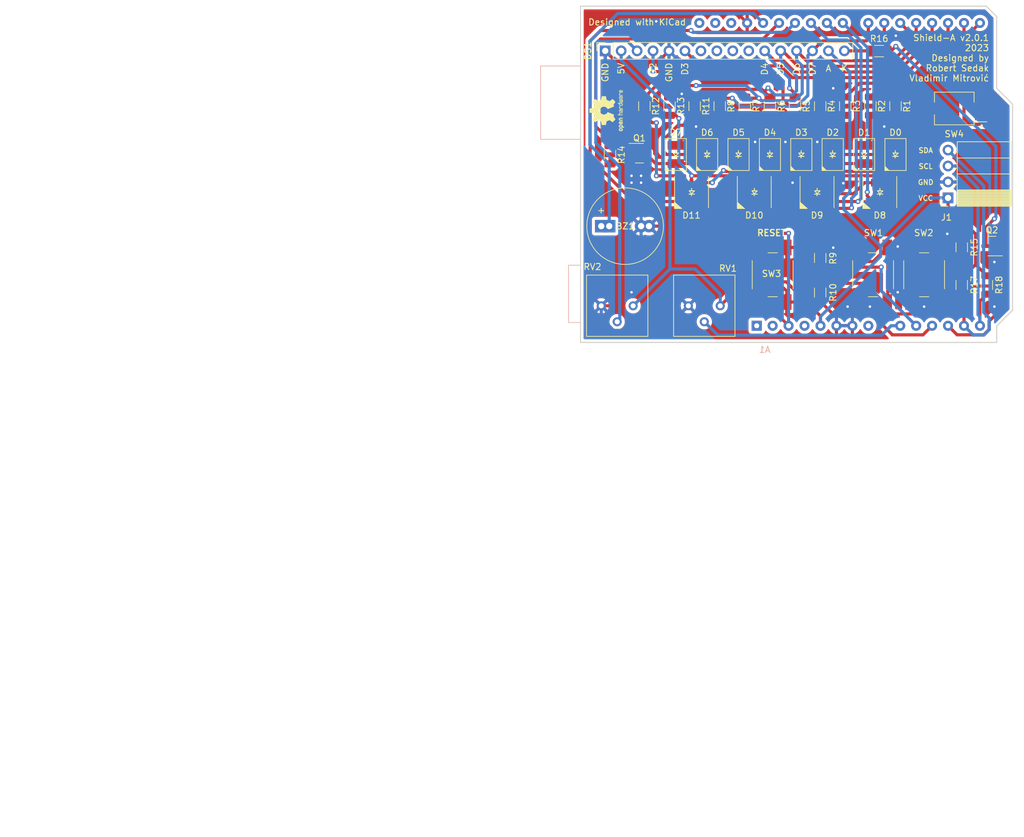
<source format=kicad_pcb>
(kicad_pcb (version 20211014) (generator pcbnew)
  (title_block (title "Shield-A") (date "2022-12-08") (rev "2.0.1") (company "Designed by Robert Sedak, Vladimir Mitrović") (comment 1 "License: CC-BY-SA 4.0") (comment 4 "Shield for Arduino Uno"))
  (layers (0 "F.Cu" signal) (31 "B.Cu" signal) (34 "B.Paste" user) (35 "F.Paste" user) (36 "B.SilkS" user "B.Silkscreen") (37 "F.SilkS" user "F.Silkscreen") (38 "B.Mask" user) (39 "F.Mask" user) (44 "Edge.Cuts" user))
  (net 0 "")
  (net 1 "GND")
  (net 2 "Net-(D7-Pad2)")
  (net 3 "Net-(D6-Pad2)")
  (net 4 "Net-(D5-Pad2)")
  (net 5 "Net-(D4-Pad2)")
  (net 6 "Net-(D3-Pad2)")
  (net 7 "Net-(D2-Pad2)")
  (net 8 "Net-(R2-Pad1)")
  (net 9 "Net-(R1-Pad1)")
  (net 10 "Net-(D1-Pad2)")
  (net 11 "D9")
  (net 12 "+5V")
  (net 13 "Net-(A1-Pad9)")
  (net 16 "Net-(A1-Pad3)")
  (net 19 "Net-(A1-Pad12)")
  (net 20 "Net-(A1-Pad28)")
  (net 22 "SDA")
  (net 23 "Net-(D10-Pad4)")
  (net 24 "D2")
  (net 25 "D11")
  (net 26 "D7")
  (net 27 "D6")
  (net 28 "D5")
  (net 29 "D4")
  (net 32 "Net-(A1-Pad15)")
  (net 33 "Net-(A1-Pad16)")
  (net 34 "Net-(A1-Pad27)")
  (net 35 "D3")
  (net 36 "Net-(DS1-Pad3)")
  (net 37 "D8")
  (net 38 "D10")
  (net 43 "SCL")
  (net 44 "Net-(A1-Pad11)")
  (net 45 "Net-(A1-Pad10)")
  (net 46 "Net-(DS1-Pad16)")
  (net 47 "Net-(D0-Pad2)")
  (net 48 "Net-(D0-Pad1)")
  (net 49 "Net-(R10-Pad1)")
  (net 50 "Net-(R9-Pad1)")
  (net 51 "Net-(D10-Pad5)")
  (net 52 "Net-(D10-Pad6)")
  (net 53 "Net-(Q2-Pad3)")
  (footprint "Project related:Potentiometer_Bourns_3386P_Vertical" (layer "F.Cu") (at 125 111.125 -90)
    (fp_text reference "RV1")
    (fp_text value "10K")
  )
  (footprint "Project related:Buzzer_12x9.5RM7.6_5" (layer "F.Cu") (at 111.125 98.425)
    (fp_text reference "BZ1")
    (fp_text value "Buzzer")
  )
  (footprint "Project related:Potentiometer_Bourns_3386P-2_Vertical" (layer "F.Cu") (at 111.125 111.125 -90)
    (fp_text reference "RV2")
    (fp_text value "10K")
  )
  (footprint "Connector_PinSocket_2.54mm:PinSocket_1x16_P2.54mm_Vertical" (layer "F.Cu") (at 111.76 70.485 90)
    (fp_text reference "DS1")
    (fp_text value "WC1602A")
  )
  (footprint "Resistor_SMD:R_1206_3216Metric" (layer "F.Cu") (at 118 79.3 -90)
    (fp_text reference "R12")
    (fp_text value "1.8K")
  )
  (footprint "Resistor_SMD:R_1206_3216Metric" (layer "F.Cu") (at 146 109 -90)
    (fp_text reference "R10")
    (fp_text value "100R")
  )
  (footprint "Resistor_SMD:R_1206_3216Metric" (layer "F.Cu") (at 172.55 107.8 90)
    (fp_text reference "R18")
    (fp_text value "10K")
  )
  (footprint "Resistor_SMD:R_1206_3216Metric" (layer "F.Cu") (at 168.55 107.8 90)
    (fp_text reference "R17")
    (fp_text value "10K")
  )
  (footprint "Resistor_SMD:R_1206_3216Metric" (layer "F.Cu") (at 155.38 70.52)
    (fp_text reference "R16")
    (fp_text value "18R")
  )
  (footprint "Resistor_SMD:R_1206_3216Metric" (layer "F.Cu") (at 168.55 101.8 90)
    (fp_text reference "R15")
    (fp_text value "10K")
  )
  (footprint "Resistor_SMD:R_1206_3216Metric" (layer "F.Cu") (at 112.52 87.05 -90)
    (fp_text reference "R14")
    (fp_text value "10K")
  )
  (footprint "Resistor_SMD:R_1206_3216Metric" (layer "F.Cu") (at 122 79.3 -90)
    (fp_text reference "R13")
    (fp_text value "3.9K")
  )
  (footprint "Resistor_SMD:R_1206_3216Metric" (layer "F.Cu") (at 126 79.3 -90)
    (fp_text reference "R11")
    (fp_text value "2.7K")
  )
  (footprint "Resistor_SMD:R_1206_3216Metric" (layer "F.Cu") (at 146 103.5 -90)
    (fp_text reference "R9")
    (fp_text value "100R")
  )
  (footprint "Resistor_SMD:R_1206_3216Metric" (layer "F.Cu") (at 130 79.3 -90)
    (fp_text reference "R8")
    (fp_text value "220R")
  )
  (footprint "Resistor_SMD:R_1206_3216Metric" (layer "F.Cu") (at 134 79.3 -90)
    (fp_text reference "R7")
    (fp_text value "220R")
  )
  (footprint "Resistor_SMD:R_1206_3216Metric" (layer "F.Cu") (at 138 79.3 -90)
    (fp_text reference "R6")
    (fp_text value "220R")
  )
  (footprint "Resistor_SMD:R_1206_3216Metric" (layer "F.Cu") (at 142 79.3 -90)
    (fp_text reference "R5")
    (fp_text value "220R")
  )
  (footprint "Resistor_SMD:R_1206_3216Metric" (layer "F.Cu") (at 146 79.3 -90)
    (fp_text reference "R4")
    (fp_text value "220R")
  )
  (footprint "Resistor_SMD:R_1206_3216Metric" (layer "F.Cu") (at 150 79.3 -90)
    (fp_text reference "R3")
    (fp_text value "220R")
  )
  (footprint "Resistor_SMD:R_1206_3216Metric" (layer "F.Cu") (at 154 79.3 -90)
    (fp_text reference "R2")
    (fp_text value "220R")
  )
  (footprint "Resistor_SMD:R_1206_3216Metric" (layer "F.Cu") (at 158 79.3 -90)
    (fp_text reference "R1")
    (fp_text value "220R")
  )
  (footprint "Project related:RS-3535MWAR" (layer "F.Cu") (at 135.5 93 90)
    (fp_text reference "D10")
    (fp_text value "LED-6_3535")
  )
  (footprint "Project related:RS-3535MWAR" (layer "F.Cu") (at 155.5 93 90)
    (fp_text reference "D8")
    (fp_text value "LED-6_3535")
  )
  (footprint "Project related:RS-3535MWAR" (layer "F.Cu") (at 125.5 93 90)
    (fp_text reference "D11")
    (fp_text value "LED-6_3535")
  )
  (footprint "Project related:RS-3535MWAR" (layer "F.Cu") (at 145.5 93 90)
    (fp_text reference "D9")
    (fp_text value "LED-6_3535")
  )
  (footprint "Project related:LED_3528_Hubei_Kento_Elec" (layer "F.Cu") (at 158 87 -90)
    (fp_text reference "D0")
    (fp_text value "LED_3528")
  )
  (footprint "Project related:LED_3528_Hubei_Kento_Elec" (layer "F.Cu") (at 128 87 -90)
    (fp_text reference "D6")
    (fp_text value "LED_3528")
  )
  (footprint "Project related:LED_3528_Hubei_Kento_Elec" (layer "F.Cu") (at 153 87 -90)
    (fp_text reference "D1")
    (fp_text value "LED_3528")
  )
  (footprint "Project related:LED_3528_Hubei_Kento_Elec" (layer "F.Cu") (at 148 87 -90)
    (fp_text reference "D2")
    (fp_text value "LED_3528")
  )
  (footprint "Project related:LED_3528_Hubei_Kento_Elec" (layer "F.Cu") (at 138 87 -90)
    (fp_text reference "D4")
    (fp_text value "LED_3528")
  )
  (footprint "Project related:LED_3528_Hubei_Kento_Elec" (layer "F.Cu") (at 133 87 -90)
    (fp_text reference "D5")
    (fp_text value "LED_3528")
  )
  (footprint "Project related:LED_3528_Hubei_Kento_Elec" (layer "F.Cu") (at 123 87 -90)
    (fp_text reference "D7")
    (fp_text value "LED_3528")
  )
  (footprint "Project related:LED_3528_Hubei_Kento_Elec" (layer "F.Cu") (at 143 87 -90)
    (fp_text reference "D3")
    (fp_text value "LED_3528")
  )
  (footprint "Project related:SW_SMD_PUSH_6mm_h4.3mm" (layer "F.Cu") (at 138.43 106.172 90)
    (fp_text reference "SW3")
    (fp_text value "SW_Push")
  )
  (footprint "Project related:SW_SMD_PUSH_6mm_h7mm" (layer "F.Cu") (at 154.432 106.172 -90)
    (fp_text reference "SW1")
    (fp_text value "SW_Push")
  )
  (footprint "Project related:SW_SMD_PUSH_6mm_h7mm" (layer "F.Cu") (at 162.56 106.172 -90)
    (fp_text reference "SW2")
    (fp_text value "SW_Push")
  )
  (footprint "Connector_PinSocket_2.54mm:PinSocket_1x04_P2.54mm_Horizontal" (layer "F.Cu") (at 166.37 93.92 180)
    (fp_text reference "J1")
    (fp_text value "Conn_01x04_Female")
  )
  (footprint "Project related:SW_DIP_SPSTx02_Slide_Dungguan-Guangzhu-Industrial_DIS02LSGET_W6.0mm_P2.54mm" (layer "F.Cu") (at 167.36 79.67 180)
    (fp_text reference "SW4")
    (fp_text value "SW_DIP_x02")
  )
  (footprint "Package_TO_SOT_SMD:SOT-23" (layer "F.Cu") (at 173.355 101.6 180)
    (fp_text reference "Q2")
    (fp_text value "MMBF170")
  )
  (footprint "Package_TO_SOT_SMD:SOT-23" (layer "F.Cu") (at 117.21 86.8)
    (fp_text reference "Q1")
    (fp_text value "MMBF170")
  )
  (footprint "Symbol:OSHW-Logo2_7.3x6mm_SilkScreen" (layer "F.Cu") (at 112.014 80.01 90)
    (fp_text reference "REF**" hide)
    (fp_text value "OSHW-Logo2_7.3x6mm_SilkScreen" hide)
  )
  (footprint "Module:Arduino_UNO_R3" (layer "B.Cu") (at 135.89 114.3)
    (fp_text reference "A1")
    (fp_text value "Arduino_UNO_R3")
  )
  (gr_circle (center 171.71 82.42) (end 171.76 82.52) (layer "F.SilkS") (width 0.2) (fill none))
  (gr_line (start 107.823 63.373) (end 107.823 116.967) (layer "Edge.Cuts") (width 0.15))
  (gr_line (start 176.657 78.994) (end 174.117 76.454) (layer "Edge.Cuts") (width 0.15))
  (gr_line (start 107.823 116.967) (end 174.117 116.967) (layer "Edge.Cuts") (width 0.15))
  (gr_line (start 172.466 63.373) (end 107.823 63.373) (layer "Edge.Cuts") (width 0.15))
  (gr_line (start 174.117 76.454) (end 174.117 65.024) (layer "Edge.Cuts") (width 0.15))
  (gr_line (start 174.117 114.427) (end 176.657 111.887) (layer "Edge.Cuts") (width 0.15))
  (gr_line (start 174.117 116.967) (end 174.117 114.427) (layer "Edge.Cuts") (width 0.15))
  (gr_line (start 176.657 111.887) (end 176.657 78.994) (layer "Edge.Cuts") (width 0.15))
  (gr_line (start 174.117 65.024) (end 172.466 63.373) (layer "Edge.Cuts") (width 0.15))
  (gr_text "SCL" (at 162.814 88.9) (layer "F.SilkS") (effects (font (size 0.8 0.8))))
  (gr_text "GND" (at 162.814 91.44) (layer "F.SilkS") (effects (font (size 0.8 0.8))))
  (gr_text "VCC" (at 162.814 93.98) (layer "F.SilkS") (effects (font (size 0.8 0.8))))
  (gr_text "RESET" (at 138.25 99.5) (layer "F.SilkS") (effects (font (size 1 1) (thickness 0.2))))
  (gr_text "Designed with KiCad" (at 116.84 65.913) (layer "F.SilkS") (effects (font (size 1 1))))
  (gr_text "GND" (at 111.76 72.3 90) (layer "F.SilkS") (effects (font (size 1 1)) (justify right)))
  (gr_text "K" (at 149.86 73.279) (layer "F.SilkS") (effects (font (size 1 1))))
  (gr_text "A" (at 147.32 73.279) (layer "F.SilkS") (effects (font (size 1 1))))
  (gr_text "D2" (at 119.38 72.3 90) (layer "F.SilkS") (effects (font (size 1 1)) (justify right)))
  (gr_text "GND" (at 121.92 72.3 90) (layer "F.SilkS") (effects (font (size 1 1)) (justify right)))
  (gr_text "D6" (at 142.24 72.3 90) (layer "F.SilkS") (effects (font (size 1 1)) (justify right)))
  (gr_text "D3" (at 124.46 72.3 90) (layer "F.SilkS") (effects (font (size 1 1)) (justify right)))
  (gr_text "D5" (at 139.7 72.3 90) (layer "F.SilkS") (effects (font (size 1 1)) (justify right)))
  (gr_text "SDA" (at 162.814 86.36) (layer "F.SilkS") (effects (font (size 0.8 0.8))))
  (gr_text "D7" (at 144.78 72.3 90) (layer "F.SilkS") (effects (font (size 1 1)) (justify right)))
  (gr_text "5V\n" (at 114.3 72.3 90) (layer "F.SilkS") (effects (font (size 1 1)) (justify right)))
  (gr_text "D4" (at 137.16 72.3 90) (layer "F.SilkS") (effects (font (size 1 1)) (justify right)))
  (gr_text "Shield-A v2.0.1\n2023\nDesigned by\nRobert Sedak\nVladimir Mitrović" (at 172.974 71.628) (layer "F.SilkS") (effects (font (size 1 1)) (justify right)))
  (segment (start 129.54 104.14) (end 129.54 98.806) (width 0.5) (layer "F.Cu") (net 1))
  (segment (start 139.7999 101.88) (end 139.0997 101.88) (width 0.5) (layer "F.Cu") (net 1))
  (segment (start 166.25 99.65) (end 166.2378 99.6622) (width 0.5) (layer "F.Cu") (net 1))
  (segment (start 158.3557 101.67) (end 160.262 101.67) (width 0.5) (layer "F.Cu") (net 1))
  (segment (start 139.0997 101.88) (end 136.8397 104.14) (width 0.5) (layer "F.Cu") (net 1))
  (segment (start 134.37 66.04) (end 132.919999 64.589999) (width 0.5) (layer "F.Cu") (net 1))
  (segment (start 162.56 111.252) (end 160.6417 111.252) (width 0.5) (layer "F.Cu") (net 1))
  (segment (start 118.725 98.425) (end 129.159 98.425) (width 0.5) (layer "F.Cu") (net 1))
  (segment (start 113.7864 111.125) (end 115.9454 108.966) (width 0.5) (layer "F.Cu") (net 1))
  (segment (start 111.125 111.125) (end 113.7864 111.125) (width 0.5) (layer "F.Cu") (net 1))
  (segment (start 112.52 88.45) (end 115.5725 88.45) (width 0.5) (layer "F.Cu") (net 1))
  (segment (start 150.368 111.252) (end 153.924 111.252) (width 0.5) (layer "F.Cu") (net 1))
  (segment (start 129.54 98.806) (end 129.159 98.425) (width 0.5) (layer "F.Cu") (net 1))
  (segment (start 166.25 99.65) (end 167.8625 99.65) (width 0.5) (layer "F.Cu") (net 1))
  (segment (start 113.2721 71.9971) (end 111.76 70.485) (width 0.5) (layer "F.Cu") (net 1))
  (segment (start 115.5725 88.45) (end 116.2725 87.75) (width 0.5) (layer "F.Cu") (net 1))
  (segment (start 166.2378 99.6622) (end 162.1678 99.6622) (width 0.5) (layer "F.Cu") (net 1))
  (segment (start 151.13 114.3) (end 148.59 114.3) (width 0.5) (layer "F.Cu") (net 1))
  (segment (start 132.919999 64.589999) (end 121.084001 64.589999) (width 0.5) (layer "F.Cu") (net 1))
  (segment (start 121.084001 64.589999) (end 119.888 65.786) (width 0.5) (layer "F.Cu") (net 1))
  (segment (start 167.8625 99.65) (end 168.55 100.3375) (width 0.5) (layer "F.Cu") (net 1))
  (segment (start 148.082 101.854) (end 152.15 101.854) (width 0.5) (layer "F.Cu") (net 1))
  (segment (start 139.7999 101.88) (end 140.5 101.88) (width 0.5) (layer "F.Cu") (net 1))
  (segment (start 136.8397 104.14) (end 129.54 104.14) (width 0.5) (layer "F.Cu") (net 1))
  (segment (start 120.4079 71.9971) (end 113.2721 71.9971) (width 0.5) (layer "F.Cu") (net 1))
  (segment (start 160.6417 111.252) (end 158.3557 108.966) (width 0.5) (layer "F.Cu") (net 1))
  (segment (start 162.1678 99.6622) (end 160.25 101.58) (width 0.5) (layer "F.Cu") (net 1))
  (segment (start 170.88 91.38) (end 175.25 95.75) (width 0.5) (layer "F.Cu") (net 1))
  (segment (start 175.25 99.6925) (end 174.2925 100.65) (width 0.5) (layer "F.Cu") (net 1))
  (segment (start 152.15 101.854) (end 152.182 101.822) (width 0.5) (layer "F.Cu") (net 1))
  (segment (start 121.92 70.485) (end 120.4079 71.9971) (width 0.5) (layer "F.Cu") (net 1))
  (segment (start 118.725 98.425) (end 117.475 98.425) (width 0.5) (layer "F.Cu") (net 1))
  (segment (start 166.37 91.38) (end 170.88 91.38) (width 0.5) (layer "F.Cu") (net 1))
  (segment (start 158.3557 108.966) (end 158.3557 101.67) (width 0.5) (layer "F.Cu") (net 1))
  (segment (start 175.25 95.75) (end 175.25 99.6925) (width 0.5) (layer "F.Cu") (net 1))
  (via (at 135.636 85) (size 0.8) (drill 0.4) (layers "F.Cu" "B.Cu") (net 1))
  (via (at 173.75 111.252) (size 0.8) (drill 0.4) (layers "F.Cu" "B.Cu") (net 1))
  (via (at 148.082 101.854) (size 0.8) (drill 0.4) (layers "F.Cu" "B.Cu") (net 1))
  (via (at 119.888 65.786) (size 0.8) (drill 0.4) (layers "F.Cu" "B.Cu") (net 1))
  (via (at 140.462 85) (size 0.8) (drill 0.4) (layers "F.Cu" "B.Cu") (net 1))
  (via (at 149.683109 91.577109) (size 0.8) (drill 0.4) (layers "F.Cu" "B.Cu") (net 1))
  (via (at 115.9454 90.4) (size 0.8) (drill 0.4) (layers "F.Cu" "B.Cu") (net 1))
  (via (at 153.924 111.252) (size 0.8) (drill 0.4) (layers "F.Cu" "B.Cu") (net 1))
  (via (at 115.9454 91.5) (size 0.8) (drill 0.4) (layers "F.Cu" "B.Cu") (net 1))
  (via (at 126.2281 82.55) (size 0.8) (drill 0.4) (layers "F.Cu" "B.Cu") (net 1))
  (via (at 158.3557 101.67) (size 0.8) (drill 0.4) (layers "F.Cu" "B.Cu") (net 1))
  (via (at 117.475 91.5) (size 0.8) (drill 0.4) (layers "F.Cu" "B.Cu") (net 1))
  (via (at 156.21 82.55) (size 0.8) (drill 0.4) (layers "F.Cu" "B.Cu") (net 1))
  (via (at 166.25 99.65) (size 0.8) (drill 0.4) (layers "F.Cu" "B.Cu") (net 1))
  (via (at 150.368 111.252) (size 0.8) (drill 0.4) (layers "F.Cu" "B.Cu") (net 1))
  (via (at 173.75 104.14) (size 0.8) (drill 0.4) (layers "F.Cu" "B.Cu") (net 1))
  (via (at 123.952 77.343) (size 0.8) (drill 0.4) (layers "F.Cu" "B.Cu") (net 1))
  (via (at 117.475 90.4) (size 0.8) (drill 0.4) (layers "F.Cu" "B.Cu") (net 1))
  (via (at 162.56 111.252) (size 0.8) (drill 0.4) (layers "F.Cu" "B.Cu") (net 1))
  (via (at 115.9454 108.966) (size 0.8) (drill 0.4) (layers "F.Cu" "B.Cu") (net 1))
  (via (at 158.3557 108.966) (size 0.8) (drill 0.4) (layers "F.Cu" "B.Cu") (net 1))
  (via (at 158.0489 68.072) (size 0.8) (drill 0.4) (layers "F.Cu" "B.Cu") (net 1))
  (via (at 145.542 85) (size 0.8) (drill 0.4) (layers "F.Cu" "B.Cu") (net 1))
  (via (at 148.082 76.4481) (size 0.8) (drill 0.4) (layers "F.Cu" "B.Cu") (net 1))
  (via (at 141.605 91.5) (size 0.8) (drill 0.4) (layers "F.Cu" "B.Cu") (net 1))
  (segment (start 115.9454 88.43) (end 115.9654 88.45) (width 0.5) (layer "B.Cu") (net 1))
  (segment (start 158.3557 108.5983) (end 158.3557 101.67) (width 0.5) (layer "B.Cu") (net 1))
  (segment (start 117.475 90.805) (end 117.475 90.375) (width 0.5) (layer "B.Cu") (net 1))
  (segment (start 117.475 92.075) (end 117.475 90.805) (width 0.5) (layer "B.Cu") (net 1))
  (segment (start 117.475 107.4364) (end 115.9454 108.966) (width 0.5) (layer "B.Cu") (net 1))
  (segment (start 113.097527 115.035) (end 111.125 113.062473) (width 0.5) (layer "B.Cu") (net 1))
  (segment (start 165.04 91.38) (end 156.21 82.55) (width 0.5) (layer "B.Cu") (net 1))
  (segment (start 126.2281 79.6191) (end 123.952 77.343) (width 0.5) (layer "B.Cu") (net 1))
  (segment (start 125 111.125) (end 121.09 115.035) (width 0.5) (layer "B.Cu") (net 1))
  (segment (start 126.2281 82.55) (end 126.2281 79.6191) (width 0.5) (layer "B.Cu") (net 1))
  (segment (start 156.21 82.55) (end 156.21 69.9109) (width 0.5) (layer "B.Cu") (net 1))
  (segment (start 149.683109 91.577109) (end 148.082 89.976) (width 0.5) (layer "B.Cu") (net 1))
  (segment (start 142.053 91.948) (end 141.605 91.5) (width 0.5) (layer "B.Cu") (net 1))
  (segment (start 117.475 89.9596) (end 115.9654 88.45) (width 0.5) (layer "B.Cu") (net 1))
  (segment (start 149.312218 91.948) (end 142.053 91.948) (width 0.5) (layer "B.Cu") (net 1))
  (segment (start 128.6781 85) (end 126.2281 82.55) (width 0.5) (layer "B.Cu") (net 1))
  (segment (start 148.082 89.976) (end 148.082 76.4481) (width 0.5) (layer "B.Cu") (net 1))
  (segment (start 141.605 89.535) (end 145.542 85.598) (width 0.5) (layer "B.Cu") (net 1))
  (segment (start 117.475 98.425) (end 117.1069 98.7931) (width 0.5) (layer "B.Cu") (net 1))
  (segment (start 156.21 69.9109) (end 158.0489 68.072) (width 0.5) (layer "B.Cu") (net 1))
  (segment (start 145.542 85) (end 128.6781 85) (width 0.5) (layer "B.Cu") (net 1))
  (segment (start 121.09 115.035) (end 113.097527 115.035) (width 0.5) (layer "B.Cu") (net 1))
  (segment (start 111.76 84.2446) (end 115.9454 88.43) (width 0.5) (layer "B.Cu") (net 1))
  (segment (start 117.475 90.4) (end 115.9454 90.4) (width 0.5) (layer "B.Cu") (net 1))
  (segment (start 111.76 70.485) (end 111.76 84.2446) (width 0.5) (layer "B.Cu") (net 1))
  (segment (start 123.952 77.343) (end 123.952 72.517) (width 0.5) (layer "B.Cu") (net 1))
  (segment (start 117.475 98.425) (end 117.475 107.4364) (width 0.5) (layer "B.Cu") (net 1))
  (segment (start 117.475 98.425) (end 117.475 92.075) (width 0.5) (layer "B.Cu") (net 1))
  (segment (start 141.605 91.5) (end 141.605 89.535) (width 0.5) (layer "B.Cu") (net 1))
  (segment (start 145.542 85.598) (end 145.542 85) (width 0.5) (layer "B.Cu") (net 1))
  (segment (start 115.9454 91.5) (end 117.475 91.5) (width 0.5) (layer "B.Cu") (net 1))
  (segment (start 115.9454 90.4) (end 115.9454 91.5) (width 0.5) (layer "B.Cu") (net 1))
  (segment (start 117.475 90.375) (end 117.475 89.9596) (width 0.5) (layer "B.Cu") (net 1))
  (segment (start 111.125 113.062473) (end 111.125 111.125) (width 0.5) (layer "B.Cu") (net 1))
  (segment (start 123.952 72.517) (end 121.92 70.485) (width 0.5) (layer "B.Cu") (net 1))
  (segment (start 149.683109 91.577109) (end 149.312218 91.948) (width 0.5) (layer "B.Cu") (net 1))
  (segment (start 166.37 91.38) (end 165.04 91.38) (width 0.5) (layer "B.Cu") (net 1))
  (segment (start 130 80.7) (end 126.8186 83.8814) (width 0.5) (layer "F.Cu") (net 2))
  (segment (start 124.6686 83.8814) (end 123 85.55) (width 0.5) (layer "F.Cu") (net 2))
  (segment (start 126.8186 83.8814) (end 124.6686 83.8814) (width 0.5) (layer "F.Cu") (net 2))
  (segment (start 134 80.7) (end 129.15 85.55) (width 0.5) (layer "F.Cu") (net 3))
  (segment (start 129.15 85.55) (end 128 85.55) (width 0.5) (layer "F.Cu") (net 3))
  (segment (start 138 80.7) (end 133.15 85.55) (width 0.5) (layer "F.Cu") (net 4))
  (segment (start 133.15 85.55) (end 133 85.55) (width 0.5) (layer "F.Cu") (net 4))
  (segment (start 142 80.7) (end 142 81.55) (width 0.5) (layer "F.Cu") (net 5))
  (segment (start 142 81.55) (end 138 85.55) (width 0.5) (layer "F.Cu") (net 5))
  (segment (start 146 82.55) (end 143 85.55) (width 0.5) (layer "F.Cu") (net 6))
  (segment (start 146 80.7) (end 146 82.55) (width 0.5) (layer "F.Cu") (net 6))
  (segment (start 148 82.7) (end 148 85.55) (width 0.5) (layer "F.Cu") (net 7))
  (segment (start 150 80.7) (end 148 82.7) (width 0.5) (layer "F.Cu") (net 7))
  (segment (start 154 77.8375) (end 155.2875 76.55) (width 0.5) (layer "F.Cu") (net 8))
  (segment (start 155.2875 76.55) (end 160.96 76.55) (width 0.5) (layer "F.Cu") (net 8))
  (segment (start 160.96 76.55) (end 162.81 78.4) (width 0.5) (layer "F.Cu") (net 8))
  (segment (start 162.81 80.94) (end 161.1025 80.94) (width 0.5) (layer "F.Cu") (net 9))
  (segment (start 161.1025 80.94) (end 158 77.8375) (width 0.5) (layer "F.Cu") (net 9))
  (segment (start 154 80.7) (end 154 84.55) (width 0.5) (layer "F.Cu") (net 10))
  (segment (start 154 84.55) (end 153 85.55) (width 0.5) (layer "F.Cu") (net 10))
  (segment (start 146.6 94.5) (end 144.4 94.5) (width 0.5) (layer "F.Cu") (net 11))
  (segment (start 152.0221 94.5) (end 146.6 94.5) (width 0.5) (layer "F.Cu") (net 11))
  (via (at 152.0221 94.5) (size 0.8) (drill 0.4) (layers "F.Cu" "B.Cu") (net 11))
  (segment (start 152.5 94.0221) (end 152.0221 94.5) (width 0.5) (layer "B.Cu") (net 11))
  (segment (start 152.5 70.0151) (end 152.5 94.0221) (width 0.5) (layer "B.Cu") (net 11))
  (segment (start 150.535381 68.050481) (end 152.5 70.0151) (width 0.5) (layer "B.Cu") (net 11))
  (segment (start 149.08048 68.05048) (end 150.535381 68.050481) (width 0.5) (layer "B.Cu") (net 11))
  (segment (start 147.07 66.04) (end 149.08048 68.05048) (width 0.5) (layer "B.Cu") (net 11))
  (segment (start 168.975 106.3375) (end 170.7625 104.55) (width 0.5) (layer "F.Cu") (net 12))
  (segment (start 168.55 106.3375) (end 168.975 106.3375) (width 0.5) (layer "F.Cu") (net 12))
  (segment (start 130.08 111.125) (end 133.895 107.31) (width 0.5) (layer "F.Cu") (net 12))
  (segment (start 172.55 106.3375) (end 170.7625 104.55) (width 0.5) (layer "F.Cu") (net 12))
  (segment (start 146.05 112.7434) (end 146.05 114.3) (width 0.5) (layer "F.Cu") (net 12))
  (segment (start 140.6166 107.31) (end 146.05 112.7434) (width 0.5) (layer "F.Cu") (net 12))
  (segment (start 166.37 95.2882) (end 170.7625 99.6807) (width 0.5) (layer "F.Cu") (net 12))
  (segment (start 170.7625 99.6807) (end 170.7625 104.55) (width 0.5) (layer "F.Cu") (net 12))
  (segment (start 166.37 93.92) (end 166.37 95.2882) (width 0.5) (layer "F.Cu") (net 12))
  (segment (start 133.895 107.31) (end 140.6166 107.31) (width 0.5) (layer "F.Cu") (net 12))
  (segment (start 116.205 111.125) (end 122.0727 105.2573) (width 0.5) (layer "B.Cu") (net 12))
  (segment (start 147.32 70.485) (end 150.73262 73.89762) (width 0.5) (layer "B.Cu") (net 12))
  (segment (start 114.3 70.485) (end 114.3 71.9853) (width 0.5) (layer "B.Cu") (net 12))
  (segment (start 122.0727 79.758) (end 122.0727 104.14) (width 0.5) (layer "B.Cu") (net 12))
  (segment (start 130.08 109.252) (end 126.0853 105.2573) (width 0.5) (layer "B.Cu") (net 12))
  (segment (start 166.37 93.92) (end 164.17 93.92) (width 0.5) (layer "B.Cu") (net 12))
  (segment (start 149.75 93.977886) (end 149.75 95.75) (width 0.5) (layer "B.Cu") (net 12))
  (segment (start 146.05 112.825198) (end 146.05 114.3) (width 0.5) (layer "B.Cu") (net 12))
  (segment (start 114.3 71.9853) (end 122.0727 79.758) (width 0.5) (layer "B.Cu") (net 12))
  (segment (start 155.625 101.578086) (end 163.283086 93.92) (width 0.5) (layer "B.Cu") (net 12))
  (segment (start 126.0853 105.2573) (end 122.0727 105.2573) (width 0.5) (layer "B.Cu") (net 12))
  (segment (start 149.75 95.75) (end 155.625 101.625) (width 0.5) (layer "B.Cu") (net 12))
  (segment (start 150.73262 73.89762) (end 150.73262 92.995266) (width 0.5) (layer "B.Cu") (net 12))
  (segment (start 122.0727 105.2573) (end 122.0727 104.14) (width 0.5) (layer "B.Cu") (net 12))
  (segment (start 150.73262 92.995266) (end 149.75 93.977886) (width 0.5) (layer "B.Cu") (net 12))
  (segment (start 130.08 111.125) (end 130.08 109.252) (width 0.5) (layer "B.Cu") (net 12))
  (segment (start 155.625 101.578086) (end 155.625 103.250198) (width 0.5) (layer "B.Cu") (net 12))
  (segment (start 163.283086 93.92) (end 164.17 93.92) (width 0.5) (layer "B.Cu") (net 12))
  (segment (start 155.625 103.250198) (end 146.05 112.825198) (width 0.5) (layer "B.Cu") (net 12))
  (segment (start 129.6799 115.8049) (end 155.7948 115.8049) (width 0.5) (layer "B.Cu") (net 13))
  (segment (start 157.2997 114.3) (end 158.75 114.3) (width 0.5) (layer "B.Cu") (net 13))
  (segment (start 127.54 113.665) (end 129.6799 115.8049) (width 0.5) (layer "B.Cu") (net 13))
  (segment (start 155.7948 115.8049) (end 157.2997 114.3) (width 0.5) (layer "B.Cu") (net 13))
  (segment (start 140.97 99.568) (end 138.234 99.568) (width 0.5) (layer "F.Cu") (net 16))
  (segment (start 140.97 114.3) (end 137.65 110.98) (width 0.5) (layer "F.Cu") (net 16))
  (segment (start 137.65 110.98) (end 136 110.98) (width 0.5) (layer "F.Cu") (net 16))
  (segment (start 138.234 99.568) (end 136.18 101.622) (width 0.5) (layer "F.Cu") (net 16))
  (via (at 140.97 99.568) (size 0.8) (drill 0.4) (layers "F.Cu" "B.Cu") (net 16))
  (segment (start 140.97 114.3) (end 140.97 99.568) (width 0.5) (layer "B.Cu") (net 16))
  (segment (start 167.02548 107.022593) (end 167.972887 107.97) (width 0.5) (layer "F.Cu") (net 19))
  (segment (start 174.799511 109.302398) (end 173.467113 107.97) (width 0.5) (layer "F.Cu") (net 19))
  (segment (start 173.467113 107.97) (end 173.127113 107.97) (width 0.5) (layer "F.Cu") (net 19))
  (segment (start 174.95 106.147113) (end 173.127113 107.97) (width 0.5) (layer "F.Cu") (net 19))
  (segment (start 167.02548 104.78702) (end 167.02548 107.022593) (width 0.5) (layer "F.Cu") (net 19))
  (segment (start 174.95 103.2075) (end 174.95 106.147113) (width 0.5) (layer "F.Cu") (net 19))
  (segment (start 168.55 103.2625) (end 167.02548 104.78702) (width 0.5) (layer "F.Cu") (net 19))
  (segment (start 172.9 113.586234) (end 174.799511 111.686723) (width 0.5) (layer "F.Cu") (net 19))
  (segment (start 167.819511 115.749511) (end 172.050408 115.749511) (width 0.5) (layer "F.Cu") (net 19))
  (segment (start 166.37 114.3) (end 167.819511 115.749511) (width 0.5) (layer "F.Cu") (net 19))
  (segment (start 172.050408 115.749511) (end 172.9 114.899919) (width 0.5) (layer "F.Cu") (net 19))
  (segment (start 174.799511 109.302398) (end 174.799511 111.686723) (width 0.5) (layer "F.Cu") (net 19))
  (segment (start 172.9 114.899919) (end 172.9 113.586234) (width 0.5) (layer "F.Cu") (net 19))
  (segment (start 174.2925 102.55) (end 174.95 103.2075) (width 0.5) (layer "F.Cu") (net 19))
  (segment (start 167.972887 107.97) (end 173.127113 107.97) (width 0.5) (layer "F.Cu") (net 19))
  (segment (start 112.395 98.425) (end 111.125 98.425) (width 0.5) (layer "F.Cu") (net 20))
  (segment (start 135.405 64.535) (end 113.7492 64.535) (width 0.5) (layer "B.Cu") (net 20))
  (segment (start 112.395 98.425) (end 112.395 88.5428) (width 0.5) (layer "B.Cu") (net 20))
  (segment (start 136.91 66.04) (end 135.405 64.535) (width 0.5) (layer "B.Cu") (net 20))
  (segment (start 109.3122 68.972) (end 109.3122 85.46) (width 0.5) (layer "B.Cu") (net 20))
  (segment (start 112.395 88.5428) (end 109.3122 85.46) (width 0.5) (layer "B.Cu") (net 20))
  (segment (start 113.7492 64.535) (end 109.3122 68.972) (width 0.5) (layer "B.Cu") (net 20))
  (segment (start 168.55 109.2625) (end 168.91 109.6225) (width 0.5) (layer "F.Cu") (net 22))
  (segment (start 168.91 109.6225) (end 168.91 114.3) (width 0.5) (layer "F.Cu") (net 22))
  (segment (start 170.3868 115.7768) (end 168.91 114.3) (width 0.5) (layer "B.Cu") (net 22))
  (segment (start 172.04261 112.169504) (end 172.9432 113.070094) (width 0.5) (layer "B.Cu") (net 22))
  (segment (start 172.9432 114.9212) (end 172.0876 115.7768) (width 0.5) (layer "B.Cu") (net 22))
  (segment (start 172.0429 95.3429) (end 172.0429 91.9729) (width 0.5) (layer "B.Cu") (net 22))
  (segment (start 172.04261 100.95739) (end 172.04261 112.169504) (width 0.5) (layer "B.Cu") (net 22))
  (segment (start 172.0876 115.7768) (end 170.3868 115.7768) (width 0.5) (layer "B.Cu") (net 22))
  (segment (start 172.9432 113.070094) (end 172.9432 114.9212) (width 0.5) (layer "B.Cu") (net 22))
  (segment (start 172.0429 100.9571) (end 172.04261 100.95739) (width 0.5) (layer "B.Cu") (net 22))
  (segment (start 172.0429 95.3429) (end 172.0429 100.9571) (width 0.5) (layer "B.Cu") (net 22))
  (segment (start 172.0429 91.9729) (end 166.37 86.3) (width 0.5) (layer "B.Cu") (net 22))
  (segment (start 136.6 89.6997) (end 136.6 90.4) (width 0.5) (layer "F.Cu") (net 23))
  (segment (start 145.7902 89.6997) (end 136.6 89.6997) (width 0.5) (layer "F.Cu") (net 23))
  (segment (start 125.7375 80.7625) (end 124.154 82.346) (width 0.5) (layer "F.Cu") (net 23))
  (segment (start 146.6 90.5095) (end 145.7902 89.6997) (width 0.5) (layer "F.Cu") (net 23))
  (segment (start 159.1925 87) (end 159.7688 87.5763) (width 0.5) (layer "F.Cu") (net 23))
  (segment (start 128.8174 91.5) (end 126.6 91.5) (width 0.5) (layer "F.Cu") (net 23))
  (segment (start 146.6 91.5) (end 146.6 90.5999) (width 0.5) (layer "F.Cu") (net 23))
  (segment (start 123.346 82.346) (end 124.154 82.346) (width 0.5) (layer "F.Cu") (net 23))
  (segment (start 121.5394 87) (end 159.1925 87) (width 0.5) (layer "F.Cu") (net 23))
  (segment (start 159.7688 87.5763) (end 159.7688 89.2546) (width 0.5) (layer "F.Cu") (net 23))
  (segment (start 121.0025 84.6895) (end 121.0025 86.4631) (width 0.5) (layer "F.Cu") (net 23))
  (segment (start 146.6 90.5999) (end 147.5117 89.6882) (width 0.5) (layer "F.Cu") (net 23))
  (segment (start 126 80.7625) (end 125.7375 80.7625) (width 0.5) (layer "F.Cu") (net 23))
  (segment (start 147.5117 89.6882) (end 155.8882 89.6882) (width 0.5) (layer "F.Cu") (net 23))
  (segment (start 123.346 82.346) (end 121.0025 84.6895) (width 0.5) (layer "F.Cu") (net 23))
  (segment (start 146.6 90.5999) (end 146.6 90.5095) (width 0.5) (layer "F.Cu") (net 23))
  (segment (start 121.0025 86.4631) (end 121.5394 87) (width 0.5) (layer "F.Cu") (net 23))
  (segment (start 158.6234 90.4) (end 156.6 90.4) (width 0.5) (layer "F.Cu") (net 23))
  (segment (start 130.6 89.5505) (end 130.7492 89.6997) (width 0.5) (layer "F.Cu") (net 23))
  (segment (start 136.6 91.5) (end 136.6 90.4) (width 0.5) (layer "F.Cu") (net 23))
  (segment (start 155.8882 89.6882) (end 156.6 90.4) (width 0.5) (layer "F.Cu") (net 23))
  (segment (start 130.7492 89.6997) (end 136.6 89.6997) (width 0.5) (layer "F.Cu") (net 23))
  (segment (start 156.6 91.5) (end 156.6 90.4) (width 0.5) (layer "F.Cu") (net 23))
  (segment (start 159.7688 89.2546) (end 158.6234 90.4) (width 0.5) (layer "F.Cu") (net 23))
  (via (at 130.6 89.5505) (size 0.8) (drill 0.4) (layers "F.Cu" "B.Cu") (net 23))
  (via (at 128.8174 91.5) (size 0.8) (drill 0.4) (layers "F.Cu" "B.Cu") (net 23))
  (segment (start 130.6 89.5505) (end 128.8174 91.3331) (width 0.5) (layer "B.Cu") (net 23))
  (segment (start 128.8174 91.3331) (end 128.8174 91.5) (width 0.5) (layer "B.Cu") (net 23))
  (segment (start 119.38029 73.78571) (end 119.38 73.786) (width 0.5) (layer "F.Cu") (net 24))
  (segment (start 158.2127 75.6476) (end 166.37 67.4903) (width 0.5) (layer "F.Cu") (net 24))
  (segment (start 140.974 79.1785) (end 140.084699 78.289199) (width 0.5) (layer "F.Cu") (net 24))
  (segment (start 150 77.9) (end 152.2524 75.6476) (width 0.5) (layer "F.Cu") (net 24))
  (segment (start 166.37 66.04) (end 166.37 67.4903) (width 0.5) (layer "F.Cu") (net 24))
  (segment (start 150 77.9) (end 148.7215 79.1785) (width 0.5) (layer "F.Cu") (net 24))
  (segment (start 138.55571 73.78571) (end 119.38029 73.78571) (width 0.5) (layer "F.Cu") (net 24))
  (segment (start 140.084699 75.314699) (end 138.55571 73.78571) (width 0.5) (layer "F.Cu") (net 24))
  (segment (start 140.084699 78.289199) (end 140.084699 75.314699) (width 0.5) (layer "F.Cu") (net 24))
  (segment (start 152.2524 75.6476) (end 158.2127 75.6476) (width 0.5) (layer "F.Cu") (net 24))
  (segment (start 148.7215 79.1785) (end 140.974 79.1785) (width 0.5) (layer "F.Cu") (net 24))
  (via (at 119.38 73.786) (size 0.8) (drill 0.4) (layers "F.Cu" "B.Cu") (net 24))
  (segment (start 119.38 70.485) (end 119.38 73.786) (width 0.5) (layer "B.Cu") (net 24))
  (segment (start 111.0115 67.2411) (end 125.4364 67.2411) (width 0.5) (layer "F.Cu") (net 25))
  (segment (start 124.4 94.5) (end 116.2531 94.5) (width 0.5) (layer "F.Cu") (net 25))
  (segment (start 116.2531 94.5) (end 109.359 87.6059) (width 0.5) (layer "F.Cu") (net 25))
  (segment (start 109.359 68.8936) (end 111.0115 67.2411) (width 0.5) (layer "F.Cu") (net 25))
  (segment (start 124.4 94.5) (end 126.6 94.5) (width 0.5) (layer "F.Cu") (net 25))
  (segment (start 109.359 87.6059) (end 109.359 68.8936) (width 0.5) (layer "F.Cu") (net 25))
  (via (at 125.4364 67.2411) (size 0.8) (drill 0.4) (layers "F.Cu" "B.Cu") (net 25))
  (segment (start 141.99 66.04) (end 140.4937 67.5363) (width 0.5) (layer "B.Cu") (net 25))
  (segment (start 125.7316 67.5363) (end 125.4364 67.2411) (width 0.5) (layer "B.Cu") (net 25))
  (segment (start 140.4937 67.5363) (end 125.7316 67.5363) (width 0.5) (layer "B.Cu") (net 25))
  (segment (start 153.3525 68.8975) (end 153.67 68.58) (width 0.5) (layer "F.Cu") (net 26))
  (segment (start 130 77.9) (end 128.6808 79.2192) (width 0.5) (layer "F.Cu") (net 26))
  (segment (start 123.3192 79.2192) (end 122 77.9) (width 0.5) (layer "F.Cu") (net 26))
  (segment (start 146.3675 68.8975) (end 153.3525 68.8975) (width 0.5) (layer "F.Cu") (net 26))
  (segment (start 153.67 68.58) (end 153.67 66.04) (width 0.5) (layer "F.Cu") (net 26))
  (segment (start 130.1322 78.0322) (end 130 77.9) (width 0.5) (layer "F.Cu") (net 26))
  (segment (start 128.6808 79.2192) (end 123.3192 79.2192) (width 0.5) (layer "F.Cu") (net 26))
  (segment (start 132 78.0322) (end 130.1322 78.0322) (width 0.5) (layer "F.Cu") (net 26))
  (segment (start 144.78 70.485) (end 146.3675 68.8975) (width 0.5) (layer "F.Cu") (net 26))
  (via (at 132 78.0322) (size 0.8) (drill 0.4) (layers "F.Cu" "B.Cu") (net 26))
  (segment (start 144.04031 71.22469) (end 144.04031 77.589796) (width 0.5) (layer "B.Cu") (net 26))
  (segment (start 144.04031 77.589796) (end 143.979506 77.6506) (width 0.5) (layer "B.Cu") (net 26))
  (segment (start 133.2942 79.3264) (end 142.3042 79.3264) (width 0.5) (layer "B.Cu") (net 26))
  (segment (start 142.3042 79.3264) (end 143.98 77.6506) (width 0.5) (layer "B.Cu") (net 26))
  (segment (start 144.78 70.485) (end 144.04031 71.22469) (width 0.5) (layer "B.Cu") (net 26))
  (segment (start 132 78.0322) (end 133.2942 79.3264) (width 0.5) (layer "B.Cu") (net 26))
  (segment (start 143.979506 77.6506) (end 143.98 77.6506) (width 0.5) (layer "B.Cu") (net 26))
  (segment (start 143.8014 72.0464) (end 154.7288 72.0464) (width 0.5) (layer "F.Cu") (net 27))
  (segment (start 134.1322 78.0322) (end 136.2369 78.0322) (width 0.5) (layer "F.Cu") (net 27))
  (segment (start 154.7288 72.0464) (end 155.38 71.3952) (width 0.5) (layer "F.Cu") (net 27))
  (segment (start 142.24 70.485) (end 143.8014 72.0464) (width 0.5) (layer "F.Cu") (net 27))
  (segment (start 155.38 71.3952) (end 155.38 68.3203) (width 0.5) (layer "F.Cu") (net 27))
  (segment (start 118 77.9) (end 119.8822 76.0178) (width 0.5) (layer "F.Cu") (net 27))
  (segment (start 134 77.9) (end 134.1322 78.0322) (width 0.5) (layer "F.Cu") (net 27))
  (segment (start 155.38 68.3203) (end 156.21 67.4903) (width 0.5) (layer "F.Cu") (net 27))
  (segment (start 156.21 66.04) (end 156.21 67.4903) (width 0.5) (layer "F.Cu") (net 27))
  (segment (start 119.8822 76.0178) (end 126.2281 76.0178) (width 0.5) (layer "F.Cu") (net 27))
  (via (at 126.2281 76.0178) (size 0.8) (drill 0.4) (layers "F.Cu" "B.Cu") (net 27))
  (via (at 136.2369 78.0322) (size 0.8) (drill 0.4) (layers "F.Cu" "B.Cu") (net 27))
  (segment (start 136.2369 78.0322) (end 136.6308 78.4261) (width 0.5) (layer "B.Cu") (net 27))
  (segment (start 134.2225 76.0178) (end 136.2369 78.0322) (width 0.5) (layer "B.Cu") (net 27))
  (segment (start 141.9312 78.4261) (end 143.1403 77.217) (width 0.5) (layer "B.Cu") (net 27))
  (segment (start 136.6308 78.4261) (end 141.9312 78.4261) (width 0.5) (layer "B.Cu") (net 27))
  (segment (start 143.1403 72.8856) (end 142.24 71.9853) (width 0.5) (layer "B.Cu") (net 27))
  (segment (start 126.2281 76.0178) (end 134.2225 76.0178) (width 0.5) (layer "B.Cu") (net 27))
  (segment (start 142.24 70.485) (end 142.24 71.9853) (width 0.5) (layer "B.Cu") (net 27))
  (segment (start 143.1403 77.217) (end 143.1403 72.8856) (width 0.5) (layer "B.Cu") (net 27))
  (segment (start 142.4608 72.9467) (end 139.9991 70.485) (width 0.5) (layer "F.Cu") (net 28))
  (segment (start 136.7173 76.6173) (end 137.0998 76.9998) (width 0.5) (layer "F.Cu") (net 28))
  (segment (start 160.02 67.31) (end 160.02 69.6113) (width 0.5) (layer "F.Cu") (net 28))
  (segment (start 158.75 66.04) (end 160.02 67.31) (width 0.5) (layer "F.Cu") (net 28))
  (segment (start 126 77.9) (end 127.2827 76.6173) (width 0.5) (layer "F.Cu") (net 28))
  (segment (start 137.0998 76.9998) (end 137.6973 76.4023) (width 0.5) (layer "F.Cu") (net 28))
  (segment (start 156.6846 72.9467) (end 142.4608 72.9467) (width 0.5) (layer "F.Cu") (net 28))
  (segment (start 160.02 69.6113) (end 156.6846 72.9467) (width 0.5) (layer "F.Cu") (net 28))
  (segment (start 139.9991 70.485) (end 139.7 70.485) (width 0.5) (layer "F.Cu") (net 28))
  (segment (start 137.0998 76.9998) (end 138 77.9) (width 0.5) (layer "F.Cu") (net 28))
  (segment (start 127.2827 76.6173) (end 136.7173 76.6173) (width 0.5) (layer "F.Cu") (net 28))
  (via (at 137.6973 76.4023) (size 0.8) (drill 0.4) (layers "F.Cu" "B.Cu") (net 28))
  (segment (start 138.8074 77.5124) (end 141.5716 77.5124) (width 0.5) (layer "B.Cu") (net 28))
  (segment (start 141.5716 77.5124) (end 142.24 76.844) (width 0.5) (layer "B.Cu") (net 28))
  (segment (start 139.7 70.485) (end 139.7 71.9853) (width 0.5) (layer "B.Cu") (net 28))
  (segment (start 137.6973 76.4023) (end 138.8074 77.5124) (width 0.5) (layer "B.Cu") (net 28))
  (segment (start 142.24 74.5253) (end 139.7 71.9853) (width 0.5) (layer "B.Cu") (net 28))
  (segment (start 142.24 76.844) (end 142.24 74.5253) (width 0.5) (layer "B.Cu") (net 28))
  (segment (start 161.29 69.6146) (end 161.29 66.04) (width 0.5) (layer "F.Cu") (net 29))
  (segment (start 157.0576 73.847) (end 161.29 69.6146) (width 0.5) (layer "F.Cu") (net 29))
  (segment (start 141.947 73.847) (end 157.0576 73.847) (width 0.5) (layer "F.Cu") (net 29))
  (segment (start 137.16 70.485) (end 138.6603 71.9853) (width 0.5) (layer "F.Cu") (net 29))
  (segment (start 141.1347 76.4481) (end 142 77.3134) (width 0.5) (layer "F.Cu") (net 29))
  (segment (start 138.6603 71.9853) (end 140.0853 71.9853) (width 0.5) (layer "F.Cu") (net 29))
  (segment (start 140.0853 71.9853) (end 141.947 73.847) (width 0.5) (layer "F.Cu") (net 29))
  (segment (start 142 77.3134) (end 142 77.9) (width 0.5) (layer "F.Cu") (net 29))
  (via (at 141.1347 76.4481) (size 0.8) (drill 0.4) (layers "F.Cu" "B.Cu") (net 29))
  (segment (start 141.1347 74.8947) (end 141.1347 76.4481) (width 0.5) (layer "B.Cu") (net 29))
  (segment (start 137.16 70.485) (end 138.009999 71.334999) (width 0.5) (layer "B.Cu") (net 29))
  (segment (start 138.009999 71.769999) (end 141.1347 74.8947) (width 0.5) (layer "B.Cu") (net 29))
  (segment (start 138.009999 71.334999) (end 138.009999 71.769999) (width 0.5) (layer "B.Cu") (net 29))
  (segment (start 171.06 80.94) (end 169.810489 79.690489) (width 0.5) (layer "F.Cu") (net 32))
  (segment (start 169.810489 67.679511) (end 171.45 66.04) (width 0.5) (layer "F.Cu") (net 32))
  (segment (start 169.810489 79.690489) (end 169.810489 67.679511) (width 0.5) (layer "F.Cu") (net 32))
  (segment (start 171.91 80.94) (end 171.06 80.94) (width 0.5) (layer "F.Cu") (net 32))
  (segment (start 172.76 78.4) (end 171.91 78.4) (width 0.5) (layer "F.Cu") (net 33))
  (segment (start 174.05 82.149022) (end 174.05 79.69) (width 0.5) (layer "F.Cu") (net 33))
  (segment (start 174.05 79.69) (end 172.76 78.4) (width 0.5) (layer "F.Cu") (net 33))
  (segment (start 168.91 81.289022) (end 168.91 66.04) (width 0.5) (layer "F.Cu") (net 33))
  (segment (start 169.810979 82.190001) (end 168.91 81.289022) (width 0.5) (layer "F.Cu") (net 33))
  (segment (start 174.009021 82.190001) (end 169.810979 82.190001) (width 0.5) (layer "F.Cu") (net 33))
  (segment (start 112.52 84.7997) (end 112.52 85.65) (width 0.5) (layer "F.Cu") (net 34))
  (segment (start 111.0247 68.5866) (end 136.9034 68.5866) (width 0.5) (layer "F.Cu") (net 34))
  (segment (start 110.2596 82.5393) (end 110.2596 69.3517) (width 0.5) (layer "F.Cu") (net 34))
  (segment (start 112.72 85.85) (end 112.52 85.65) (width 0.5) (layer "F.Cu") (net 34))
  (segment (start 112.52 84.7997) (end 110.2596 82.5393) (width 0.5) (layer "F.Cu") (net 34))
  (segment (start 136.9034 68.5866) (end 139.45 66.04) (width 0.5) (layer "F.Cu") (net 34))
  (segment (start 110.2596 69.3517) (end 111.0247 68.5866) (width 0.5) (layer "F.Cu") (net 34))
  (segment (start 116.2725 85.85) (end 112.72 85.85) (width 0.5) (layer "F.Cu") (net 34))
  (segment (start 124.46 70.485) (end 126.8607 72.8857) (width 0.5) (layer "F.Cu") (net 35))
  (segment (start 141.574 74.7473) (end 146 74.7473) (width 0.5) (layer "F.Cu") (net 35))
  (segment (start 146 77.9) (end 146 74.7473) (width 0.5) (layer "F.Cu") (net 35))
  (segment (start 146 74.7473) (end 157.4306 74.7473) (width 0.5) (layer "F.Cu") (net 35))
  (segment (start 157.4306 74.7473) (end 163.83 68.3479) (width 0.5) (layer "F.Cu") (net 35))
  (segment (start 139.7124 72.8857) (end 141.574 74.7473) (width 0.5) (layer "F.Cu") (net 35))
  (segment (start 163.83 68.3479) (end 163.83 67.4903) (width 0.5) (layer "F.Cu") (net 35))
  (segment (start 126.8607 72.8857) (end 139.7124 72.8857) (width 0.5) (layer "F.Cu") (net 35))
  (segment (start 163.83 66.04) (end 163.83 67.4903) (width 0.5) (layer "F.Cu") (net 35))
  (segment (start 114.075 113.255) (end 113.665 113.665) (width 0.5) (layer "B.Cu") (net 36))
  (segment (start 116.84 70.485) (end 115.3018 68.9468) (width 0.5) (layer "B.Cu") (net 36))
  (segment (start 110.6232 68.9468) (end 110.2596 69.3104) (width 0.5) (layer "B.Cu") (net 36))
  (segment (start 110.2596 85.1338) (end 114.075 88.9492) (width 0.5) (layer "B.Cu") (net 36))
  (segment (start 114.075 88.9492) (end 114.075 113.255) (width 0.5) (layer "B.Cu") (net 36))
  (segment (start 110.2596 69.3104) (end 110.2596 85.1338) (width 0.5) (layer "B.Cu") (net 36))
  (segment (start 115.3018 68.9468) (end 110.6232 68.9468) (width 0.5) (layer "B.Cu") (net 36))
  (segment (start 153.5 93) (end 153.5 93.6) (width 0.5) (layer "F.Cu") (net 37))
  (segment (start 156.6 94.5) (end 154.4 94.5) (width 0.5) (layer "F.Cu") (net 37))
  (segment (start 153.5 93.6) (end 154.4 94.5) (width 0.5) (layer "F.Cu") (net 37))
  (via (at 153.5 93) (size 0.8) (drill 0.4) (layers "F.Cu" "B.Cu") (net 37))
  (segment (start 153.5 93) (end 153.543 92.957) (width 0.5) (layer "B.Cu") (net 37))
  (segment (start 153.543 92.957) (end 153.543 69.973) (width 0.5) (layer "B.Cu") (net 37))
  (segment (start 153.543 69.973) (end 149.61 66.04) (width 0.5) (layer "B.Cu") (net 37))
  (segment (start 151 95.5) (end 150.9139 95.5861) (width 0.5) (layer "F.Cu") (net 38))
  (segment (start 136.6 94.5) (end 134.4 94.5) (width 0.5) (layer "F.Cu") (net 38))
  (segment (start 150.9139 95.5861) (end 143.87 95.5861) (width 0.5) (layer "F.Cu") (net 38))
  (segment (start 143.87 95.5861) (end 142.7839 94.5) (width 0.5) (layer "F.Cu") (net 38))
  (segment (start 142.7839 94.5) (end 136.6 94.5) (width 0.5) (layer "F.Cu") (net 38))
  (via (at 151 95.5) (size 0.8) (drill 0.4) (layers "F.Cu" "B.Cu") (net 38))
  (segment (start 151.75 93.25) (end 151 94) (width 0.5) (layer "B.Cu") (net 38))
  (segment (start 147.239999 68.749999) (end 150.24563 68.75) (width 0.5) (layer "B.Cu") (net 38))
  (segment (start 150.24563 68.75) (end 151.75 70.25437) (width 0.5) (layer "B.Cu") (net 38))
  (segment (start 144.53 66.04) (end 147.239999 68.749999) (width 0.5) (layer "B.Cu") (net 38))
  (segment (start 151 94) (end 151 95.5) (width 0.5) (layer "B.Cu") (net 38))
  (segment (start 151.75 70.25437) (end 151.75 93.25) (width 0.5) (layer "B.Cu") (net 38))
  (segment (start 172.55 109.2625) (end 171.45 110.3625) (width 0.5) (layer "F.Cu") (net 43))
  (segment (start 171.45 110.3625) (end 171.45 114.3) (width 0.5) (layer "F.Cu") (net 43))
  (segment (start 171.1426 92.345406) (end 167.637194 88.84) (width 0.5) (layer "B.Cu") (net 43))
  (segment (start 171.1426 112.5423) (end 171.1426 92.345406) (width 0.5) (layer "B.Cu") (net 43))
  (segment (start 171.45 114.3) (end 171.45 112.8497) (width 0.5) (layer "B.Cu") (net 43))
  (segment (start 171.45 112.8497) (end 171.1426 112.5423) (width 0.5) (layer "B.Cu") (net 43))
  (segment (start 167.637194 88.84) (end 166.37 88.84) (width 0.5) (layer "B.Cu") (net 43))
  (segment (start 163.83 114.3) (end 162.3767 115.7533) (width 0.5) (layer "F.Cu") (net 44))
  (segment (start 154.2296 112.4704) (end 148.0704 112.4704) (width 0.5) (layer "F.Cu") (net 44))
  (segment (start 157.4797 115.7533) (end 157.4797 115.7205) (width 0.5) (layer "F.Cu") (net 44))
  (segment (start 157.4797 115.7205) (end 154.2296 112.4704) (width 0.5) (layer "F.Cu") (net 44))
  (segment (start 162.3767 115.7533) (end 157.4797 115.7533) (width 0.5) (layer "F.Cu") (net 44))
  (segment (start 148.0704 112.4704) (end 146 110.4) (width 0.5) (layer "F.Cu") (net 44))
  (segment (start 155.708 104.9625) (end 146 104.9625) (width 0.5) (layer "F.Cu") (net 45))
  (segment (start 155.7205 104.95) (end 155.708 104.9625) (width 0.5) (layer "F.Cu") (net 45))
  (via (at 155.7205 104.95) (size 0.8) (drill 0.4) (layers "F.Cu" "B.Cu") (net 45))
  (segment (start 155.7084 108.7184) (end 161.29 114.3) (width 0.5) (layer "B.Cu") (net 45))
  (segment (start 155.7084 104.9621) (end 155.7084 108.7184) (width 0.5) (layer "B.Cu") (net 45))
  (segment (start 155.7205 104.95) (end 155.7084 104.9621) (width 0.5) (layer "B.Cu") (net 45))
  (segment (start 149.86 70.485) (end 153.945 70.485) (width 0.5) (layer "F.Cu") (net 46))
  (segment (start 158 80.7) (end 158 85.55) (width 0.5) (layer "F.Cu") (net 47))
  (segment (start 123 88.45) (end 128 88.45) (width 0.5) (layer "F.Cu") (net 48))
  (segment (start 128 88.45) (end 133 88.45) (width 0.5) (layer "F.Cu") (net 48))
  (segment (start 123 88.45) (end 119.7975 88.45) (width 0.5) (layer "F.Cu") (net 48))
  (segment (start 133 88.45) (end 138 88.45) (width 0.5) (layer "F.Cu") (net 48))
  (segment (start 143 88.45) (end 148 88.45) (width 0.5) (layer "F.Cu") (net 48))
  (segment (start 148 88.45) (end 153 88.45) (width 0.5) (layer "F.Cu") (net 48))
  (segment (start 138 88.45) (end 143 88.45) (width 0.5) (layer "F.Cu") (net 48))
  (segment (start 153 88.45) (end 158 88.45) (width 0.5) (layer "F.Cu") (net 48))
  (segment (start 119.7975 88.45) (end 118.1475 86.8) (width 0.5) (layer "F.Cu") (net 48))
  (segment (start 164.81 110.522) (end 162.910489 112.421511) (width 0.5) (layer "F.Cu") (net 49))
  (segment (start 154.973511 110.014489) (end 152.496522 107.5375) (width 0.5) (layer "F.Cu") (net 49))
  (segment (start 164.81 101.822) (end 164.81 110.522) (width 0.5) (layer "F.Cu") (net 49))
  (segment (start 152.496522 107.5375) (end 146 107.5375) (width 0.5) (layer "F.Cu") (net 49))
  (segment (start 154.973511 111.712533) (end 154.973511 110.014489) (width 0.5) (layer "F.Cu") (net 49))
  (segment (start 162.910489 112.421511) (end 155.682489 112.421511) (width 0.5) (layer "F.Cu") (net 49))
  (segment (start 155.682489 112.421511) (end 154.973511 111.712533) (width 0.5) (layer "F.Cu") (net 49))
  (segment (start 154.44102 104.06298) (end 156.682 101.822) (width 0.5) (layer "F.Cu") (net 50))
  (segment (start 146 102.45) (end 147.61298 104.06298) (width 0.5) (layer "F.Cu") (net 50))
  (segment (start 146 102.0375) (end 146 102.45) (width 0.5) (layer "F.Cu") (net 50))
  (segment (start 156.77 102.1453) (end 156.77 110.68) (width 0.5) (layer "F.Cu") (net 50))
  (segment (start 147.61298 104.06298) (end 154.44102 104.06298) (width 0.5) (layer "F.Cu") (net 50))
  (segment (start 155.5 91.5) (end 155.5 90.4) (width 0.5) (layer "F.Cu") (net 51))
  (segment (start 135.5 91.5) (end 135.5 90.4) (width 0.5) (layer "F.Cu") (net 51))
  (segment (start 137.210002 92.6) (end 139.410002 90.4) (width 0.5) (layer "F.Cu") (net 51))
  (segment (start 135.5 91.5) (end 135.5 92.6) (width 0.5) (layer "F.Cu") (net 51))
  (segment (start 135.5 90.4) (end 125.604 90.4) (width 0.5) (layer "F.Cu") (net 51))
  (segment (start 139.410002 90.4) (end 145.5 90.4) (width 0.5) (layer "F.Cu") (net 51))
  (segment (start 135.5 92.6) (end 137.210002 92.6) (width 0.5) (layer "F.Cu") (net 51))
  (segment (start 125.5 91.5) (end 125.5 90.4) (width 0.5) (layer "F.Cu") (net 51))
  (segment (start 145.5 90.4) (end 145.5 91.5) (width 0.5) (layer "F.Cu") (net 51))
  (segment (start 123.495312 81.25) (end 122.945312 80.7) (width 0.5) (layer "F.Cu") (net 51))
  (segment (start 146.1134 92.5503) (end 147.2257 92.5503) (width 0.5) (layer "F.Cu") (net 51))
  (segment (start 155.5 90.4) (end 149.376 90.4) (width 0.5) (layer "F.Cu") (net 51))
  (segment (start 122.945312 80.7) (end 122 80.7) (width 0.5) (layer "F.Cu") (net 51))
  (segment (start 145.5 91.9369) (end 145.5 91.5) (width 0.5) (layer "F.Cu") (net 51))
  (segment (start 146.1134 92.5503) (end 145.5 91.9369) (width 0.5) (layer "F.Cu") (net 51))
  (segment (start 149.376 90.4) (end 147.2257 92.5503) (width 0.5) (layer "F.Cu") (net 51))
  (via (at 125.5375 90.4) (size 0.8) (drill 0.4) (layers "F.Cu" "B.Cu") (net 51))
  (via (at 123.495312 81.25) (size 0.8) (drill 0.4) (layers "F.Cu" "B.Cu") (net 51))
  (segment (start 123.495312 81.25) (end 123.4765 81.268812) (width 0.5) (layer "B.Cu") (net 51))
  (segment (start 123.4765 88.1515) (end 125.5375 90.2125) (width 0.5) (layer "B.Cu") (net 51))
  (segment (start 125.5375 90.2125) (end 125.604 90.279) (width 0.5) (layer "B.Cu") (net 51))
  (segment (start 123.4765 81.268812) (end 123.4765 88.1515) (width 0.5) (layer "B.Cu") (net 51))
  (segment (start 118 80.7) (end 119.2471 81.9471) (width 0.5) (layer "F.Cu") (net 52))
  (segment (start 145.0507 93.2507) (end 144.4 92.6) (width 0.5) (layer "F.Cu") (net 52))
  (segment (start 134.4 92.6) (end 135.1003 93.3003) (width 0.5) (layer "F.Cu") (net 52))
  (segment (start 143.6997 93.3003) (end 144.4 92.6) (width 0.5) (layer "F.Cu") (net 52))
  (segment (start 154.4 91.5) (end 153.0767 91.5) (width 0.5) (layer "F.Cu") (net 52))
  (segment (start 130.48 91.5) (end 129.38 92.6) (width 0.5) (layer "F.Cu") (net 52))
  (segment (start 119.908 90.4) (end 124.4 90.4) (width 0.5) (layer "F.Cu") (net 52))
  (segment (start 153.0767 91.5) (end 151.326 93.2507) (width 0.5) (layer "F.Cu") (net 52))
  (segment (start 129.38 92.6) (end 124.4 92.6) (width 0.5) (layer "F.Cu") (net 52))
  (segment (start 124.4 91.5) (end 124.4 90.4) (width 0.5) (layer "F.Cu") (net 52))
  (segment (start 134.4 91.5) (end 130.48 91.5) (width 0.5) (layer "F.Cu") (net 52))
  (segment (start 151.326 93.2507) (end 145.0507 93.2507) (width 0.5) (layer "F.Cu") (net 52))
  (segment (start 144.4 91.5) (end 144.4 92.6) (width 0.5) (layer "F.Cu") (net 52))
  (segment (start 134.4 91.5) (end 134.4 92.6) (width 0.5) (layer "F.Cu") (net 52))
  (segment (start 135.1003 93.3003) (end 143.6997 93.3003) (width 0.5) (layer "F.Cu") (net 52))
  (segment (start 119.2471 81.9471) (end 119.908 81.9471) (width 0.5) (layer "F.Cu") (net 52))
  (segment (start 124.4 91.5) (end 124.4 92.6) (width 0.5) (layer "F.Cu") (net 52))
  (via (at 119.908 90.4) (size 0.8) (drill 0.4) (layers "F.Cu" "B.Cu") (net 52))
  (via (at 119.908 81.9471) (size 0.8) (drill 0.4) (layers "F.Cu" "B.Cu") (net 52))
  (segment (start 119.908 90.4) (end 119.908 81.9471) (width 0.5) (layer "B.Cu") (net 52))
  (segment (start 172.4175 98.5825) (end 172.4175 101.6) (width 0.5) (layer "F.Cu") (net 53))
  (segment (start 173.75 97.25) (end 172.4175 98.5825) (width 0.5) (layer "F.Cu") (net 53))
  (segment (start 156.78 70.52) (end 157.3008 70.52) (width 0.5) (layer "F.Cu") (net 53))
  (segment (start 157.3008 70.52) (end 158.0489 69.7719) (width 0.5) (layer "F.Cu") (net 53))
  (via (at 173.75 97.25) (size 0.8) (drill 0.4) (layers "F.Cu" "B.Cu") (net 53))
  (via (at 158.0489 69.7719) (size 0.8) (drill 0.4) (layers "F.Cu" "B.Cu") (net 53))
  (segment (start 173.75 97.25) (end 173.99 97.01) (width 0.5) (layer "B.Cu") (net 53))
  (segment (start 173.99 97.01) (end 173.99 85.713) (width 0.5) (layer "B.Cu") (net 53))
  (segment (start 173.99 85.713) (end 158.0489 69.7719) (width 0.5) (layer "B.Cu") (net 53))
  (zone (net 1) (net_name "GND") (layer "F.Cu") (connect_pads (clearance 0.508)) (min_thickness 0.254) (fill yes (thermal_gap 0.508) (thermal_bridge_width 0.508))
    (polygon (pts (xy 106.96 117.85) (xy 178.02 117.51) (xy 177.68 62.53) (xy 106.7 62.44)))
  )
  (zone (net 1) (net_name "GND") (layer "B.Cu") (connect_pads (clearance 0.508)) (min_thickness 0.254) (fill yes (thermal_gap 0.508) (thermal_bridge_width 0.508))
    (polygon (pts (xy 106.79 117.79) (xy 177.85 117.45) (xy 177.51 62.47) (xy 106.53 62.38)))
  )
)
</source>
